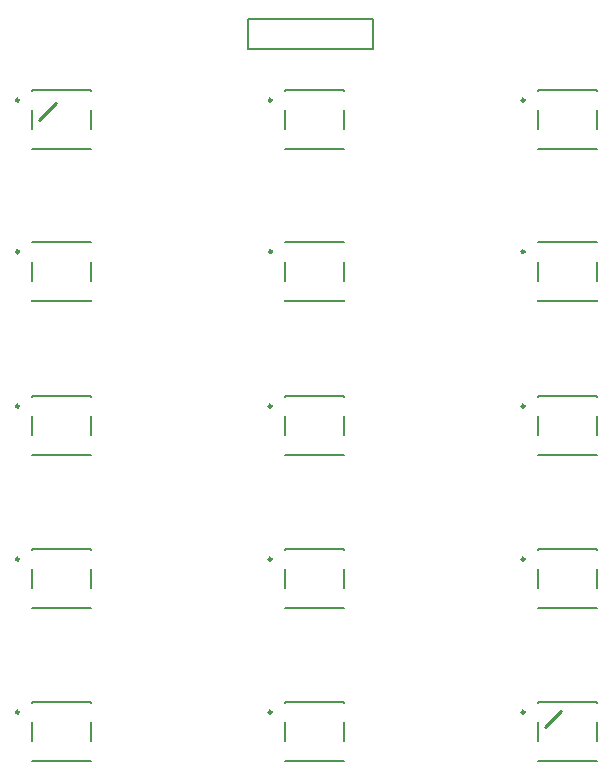
<source format=gbr>
%TF.GenerationSoftware,Altium Limited,Altium Designer,20.0.9 (164)*%
G04 Layer_Color=65535*
%FSLAX26Y26*%
%MOIN*%
%TF.FileFunction,Legend,Top*%
%TF.Part,Single*%
G01*
G75*
%TA.AperFunction,NonConductor*%
%ADD43C,0.009842*%
%ADD44C,0.010000*%
%ADD47C,0.007874*%
D43*
X3157284Y2815000D02*
G03*
X3157284Y2815000I-4921J0D01*
G01*
X2314783D02*
G03*
X2314783Y2815000I-4921J0D01*
G01*
X1472284D02*
G03*
X1472284Y2815000I-4921J0D01*
G01*
X3157284Y2309961D02*
G03*
X3157284Y2309961I-4921J0D01*
G01*
X2314783D02*
G03*
X2314783Y2309961I-4921J0D01*
G01*
X1472284D02*
G03*
X1472284Y2309961I-4921J0D01*
G01*
X3157284Y1794980D02*
G03*
X3157284Y1794980I-4921J0D01*
G01*
X2314784D02*
G03*
X2314784Y1794980I-4921J0D01*
G01*
X1472284D02*
G03*
X1472284Y1794980I-4921J0D01*
G01*
X3157284Y1284970D02*
G03*
X3157284Y1284970I-4921J0D01*
G01*
X2314784D02*
G03*
X2314784Y1284970I-4921J0D01*
G01*
X1472283D02*
G03*
X1472283Y1284970I-4921J0D01*
G01*
X3157284Y774961D02*
G03*
X3157284Y774961I-4921J0D01*
G01*
X2314784D02*
G03*
X2314784Y774961I-4921J0D01*
G01*
X1472284D02*
G03*
X1472284Y774961I-4921J0D01*
G01*
D44*
X3225000Y725000D02*
X3280000Y780000D01*
X1540000Y2750000D02*
X1595000Y2805000D01*
D47*
X3201575Y2848465D02*
X3398425D01*
X3201575Y2651614D02*
X3398425D01*
X3201575D02*
Y2653583D01*
X3398425Y2651614D02*
Y2653583D01*
Y2846496D02*
Y2848465D01*
X3201575Y2846496D02*
Y2848465D01*
Y2718543D02*
Y2781535D01*
X3398425Y2718543D02*
Y2781535D01*
X2359075Y2848465D02*
X2555925D01*
X2359075Y2651614D02*
X2555925D01*
X2359075D02*
Y2653583D01*
X2555925Y2651614D02*
Y2653583D01*
Y2846496D02*
Y2848465D01*
X2359075Y2846496D02*
Y2848465D01*
Y2718543D02*
Y2781535D01*
X2555925Y2718543D02*
Y2781535D01*
X1516575Y2848465D02*
X1713425D01*
X1516575Y2651614D02*
X1713425D01*
X1516575D02*
Y2653583D01*
X1713425Y2651614D02*
Y2653583D01*
Y2846496D02*
Y2848465D01*
X1516575Y2846496D02*
Y2848465D01*
Y2718543D02*
Y2781535D01*
X1713425Y2718543D02*
Y2781535D01*
X3201575Y2343425D02*
X3398425D01*
X3201575Y2146575D02*
X3398425D01*
X3201575D02*
Y2148543D01*
X3398425Y2146575D02*
Y2148543D01*
Y2341457D02*
Y2343425D01*
X3201575Y2341457D02*
Y2343425D01*
Y2213504D02*
Y2276496D01*
X3398425Y2213504D02*
Y2276496D01*
X2359075Y2343425D02*
X2555925D01*
X2359075Y2146575D02*
X2555925D01*
X2359075D02*
Y2148543D01*
X2555925Y2146575D02*
Y2148543D01*
Y2341457D02*
Y2343425D01*
X2359075Y2341457D02*
Y2343425D01*
Y2213504D02*
Y2276496D01*
X2555925Y2213504D02*
Y2276496D01*
X1516575Y2343425D02*
X1713425D01*
X1516575Y2146575D02*
X1713425D01*
X1516575D02*
Y2148543D01*
X1713425Y2146575D02*
Y2148543D01*
Y2341457D02*
Y2343425D01*
X1516575Y2341457D02*
Y2343425D01*
Y2213504D02*
Y2276496D01*
X1713425Y2213504D02*
Y2276496D01*
X3201575Y1828445D02*
X3398425D01*
X3201575Y1631594D02*
X3398425D01*
X3201575D02*
Y1633563D01*
X3398425Y1631594D02*
Y1633563D01*
Y1826476D02*
Y1828445D01*
X3201575Y1826476D02*
Y1828445D01*
Y1698524D02*
Y1761516D01*
X3398425Y1698524D02*
Y1761516D01*
X2359075Y1828445D02*
X2555925D01*
X2359075Y1631594D02*
X2555925D01*
X2359075D02*
Y1633563D01*
X2555925Y1631594D02*
Y1633563D01*
Y1826476D02*
Y1828445D01*
X2359075Y1826476D02*
Y1828445D01*
Y1698524D02*
Y1761516D01*
X2555925Y1698524D02*
Y1761516D01*
X1516575Y1828445D02*
X1713425D01*
X1516575Y1631594D02*
X1713425D01*
X1516575D02*
Y1633563D01*
X1713425Y1631594D02*
Y1633563D01*
Y1826476D02*
Y1828445D01*
X1516575Y1826476D02*
Y1828445D01*
Y1698524D02*
Y1761516D01*
X1713425Y1698524D02*
Y1761516D01*
X3201575Y1318435D02*
X3398425D01*
X3201575Y1121585D02*
X3398425D01*
X3201575D02*
Y1123553D01*
X3398425Y1121585D02*
Y1123553D01*
Y1316466D02*
Y1318435D01*
X3201575Y1316466D02*
Y1318435D01*
Y1188514D02*
Y1251506D01*
X3398425Y1188514D02*
Y1251506D01*
X2359075Y1318435D02*
X2555925D01*
X2359075Y1121585D02*
X2555925D01*
X2359075D02*
Y1123553D01*
X2555925Y1121585D02*
Y1123553D01*
Y1316466D02*
Y1318435D01*
X2359075Y1316466D02*
Y1318435D01*
Y1188514D02*
Y1251506D01*
X2555925Y1188514D02*
Y1251506D01*
X1516575Y1318435D02*
X1713425D01*
X1516575Y1121585D02*
X1713425D01*
X1516575D02*
Y1123553D01*
X1713425Y1121585D02*
Y1123553D01*
Y1316466D02*
Y1318435D01*
X1516575Y1316466D02*
Y1318435D01*
Y1188514D02*
Y1251506D01*
X1713425Y1188514D02*
Y1251506D01*
X3201575Y808425D02*
X3398425D01*
X3201575Y611575D02*
X3398425D01*
X3201575D02*
Y613543D01*
X3398425Y611575D02*
Y613543D01*
Y806457D02*
Y808425D01*
X3201575Y806457D02*
Y808425D01*
Y678504D02*
Y741496D01*
X3398425Y678504D02*
Y741496D01*
X2359075Y808425D02*
X2555925D01*
X2359075Y611575D02*
X2555925D01*
X2359075D02*
Y613543D01*
X2555925Y611575D02*
Y613543D01*
Y806457D02*
Y808425D01*
X2359075Y806457D02*
Y808425D01*
Y678504D02*
Y741496D01*
X2555925Y678504D02*
Y741496D01*
X1516575Y808425D02*
X1713425D01*
X1516575Y611575D02*
X1713425D01*
X1516575D02*
Y613543D01*
X1713425Y611575D02*
Y613543D01*
Y806457D02*
Y808425D01*
X1516575Y806457D02*
Y808425D01*
Y678504D02*
Y741496D01*
X1713425Y678504D02*
Y741496D01*
X2651232Y2985000D02*
Y3085000D01*
X2236271Y2985000D02*
X2651232D01*
X2236271D02*
Y3085000D01*
X2651232D01*
%TF.MD5,b6a2a5d449bfb723f92e07e8b3945af3*%
M02*

</source>
